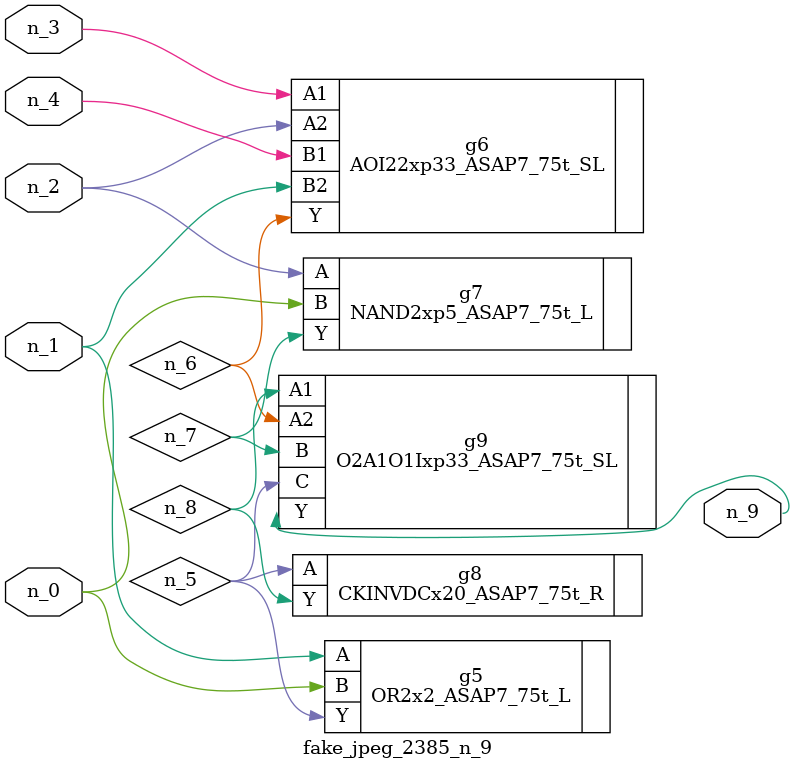
<source format=v>
module fake_jpeg_2385_n_9 (n_3, n_2, n_1, n_0, n_4, n_9);

input n_3;
input n_2;
input n_1;
input n_0;
input n_4;

output n_9;

wire n_8;
wire n_6;
wire n_5;
wire n_7;

OR2x2_ASAP7_75t_L g5 ( 
.A(n_1),
.B(n_0),
.Y(n_5)
);

AOI22xp33_ASAP7_75t_SL g6 ( 
.A1(n_3),
.A2(n_2),
.B1(n_4),
.B2(n_1),
.Y(n_6)
);

NAND2xp5_ASAP7_75t_L g7 ( 
.A(n_2),
.B(n_0),
.Y(n_7)
);

CKINVDCx20_ASAP7_75t_R g8 ( 
.A(n_5),
.Y(n_8)
);

O2A1O1Ixp33_ASAP7_75t_SL g9 ( 
.A1(n_8),
.A2(n_6),
.B(n_7),
.C(n_5),
.Y(n_9)
);


endmodule
</source>
